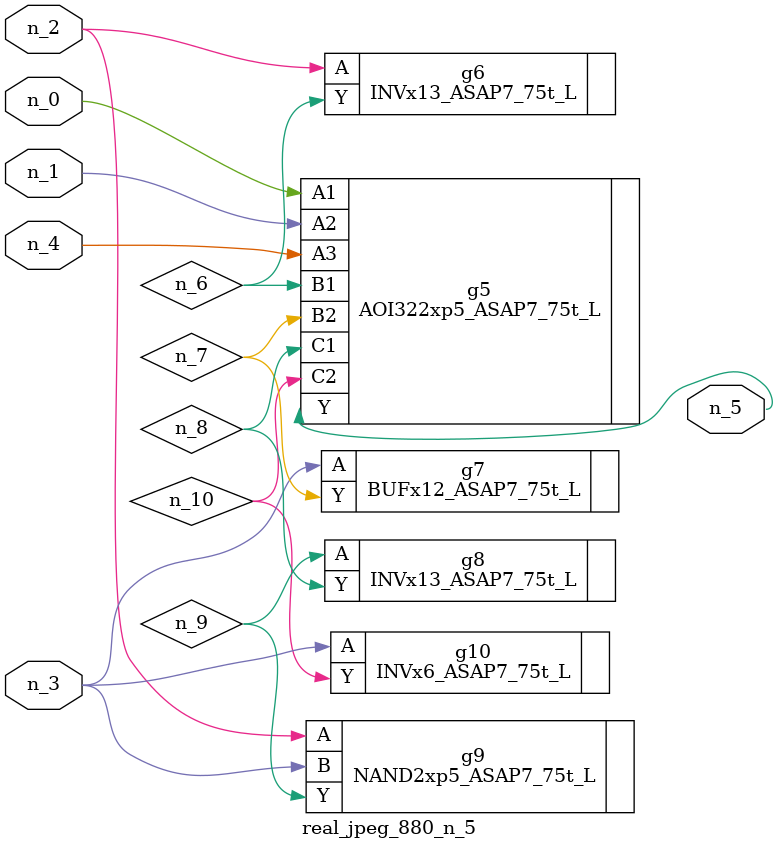
<source format=v>
module real_jpeg_880_n_5 (n_4, n_0, n_1, n_2, n_3, n_5);

input n_4;
input n_0;
input n_1;
input n_2;
input n_3;

output n_5;

wire n_8;
wire n_6;
wire n_7;
wire n_10;
wire n_9;

AOI322xp5_ASAP7_75t_L g5 ( 
.A1(n_0),
.A2(n_1),
.A3(n_4),
.B1(n_6),
.B2(n_7),
.C1(n_8),
.C2(n_10),
.Y(n_5)
);

INVx13_ASAP7_75t_L g6 ( 
.A(n_2),
.Y(n_6)
);

NAND2xp5_ASAP7_75t_L g9 ( 
.A(n_2),
.B(n_3),
.Y(n_9)
);

BUFx12_ASAP7_75t_L g7 ( 
.A(n_3),
.Y(n_7)
);

INVx6_ASAP7_75t_L g10 ( 
.A(n_3),
.Y(n_10)
);

INVx13_ASAP7_75t_L g8 ( 
.A(n_9),
.Y(n_8)
);


endmodule
</source>
